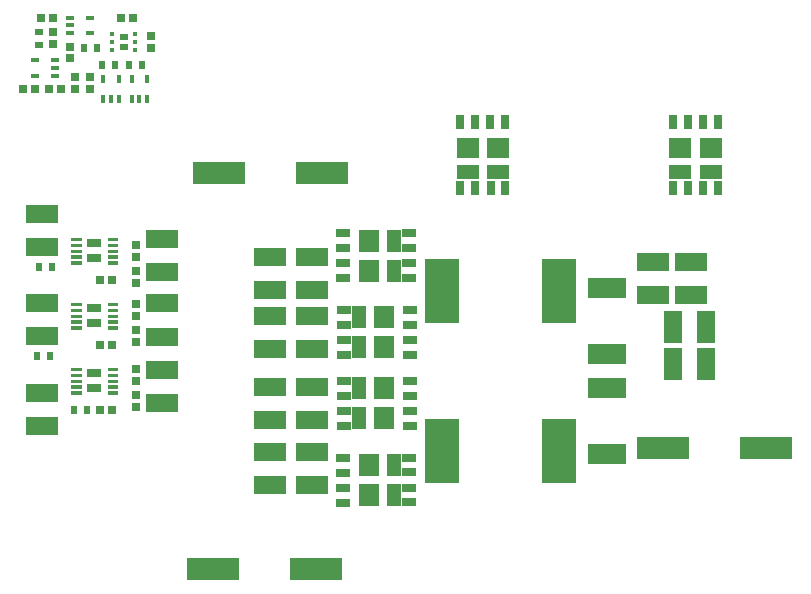
<source format=gbr>
G04 EAGLE Gerber RS-274X export*
G75*
%MOMM*%
%FSLAX34Y34*%
%LPD*%
%INSolderpaste Bottom*%
%IPPOS*%
%AMOC8*
5,1,8,0,0,1.08239X$1,22.5*%
G01*
%ADD10R,0.750000X1.300000*%
%ADD11R,1.950000X1.700000*%
%ADD12R,1.950000X1.300000*%
%ADD13R,0.700000X1.300000*%
%ADD14C,0.075000*%
%ADD15R,1.170000X0.762000*%
%ADD16R,1.300000X0.750000*%
%ADD17R,1.700000X1.950000*%
%ADD18R,1.300000X1.950000*%
%ADD19R,1.300000X0.700000*%
%ADD20R,1.600000X2.700000*%
%ADD21R,2.700000X1.600000*%
%ADD22R,4.400000X1.900000*%
%ADD23R,3.200000X1.800000*%
%ADD24R,2.900000X5.400000*%
%ADD25R,0.700000X0.700000*%
%ADD26R,0.450000X0.300000*%
%ADD27R,0.700000X0.550000*%
%ADD28R,0.600000X0.700000*%
%ADD29R,0.700000X0.600000*%
%ADD30R,0.700000X0.400000*%
%ADD31R,0.400000X0.700000*%


D10*
X645950Y438250D03*
X658650Y438250D03*
X671350Y438250D03*
X684050Y438250D03*
D11*
X677750Y416500D03*
X652250Y416500D03*
D12*
X652250Y395500D03*
X677750Y395500D03*
D13*
X646000Y382500D03*
X658500Y382500D03*
X671500Y382500D03*
X684000Y382500D03*
D10*
X465950Y438250D03*
X478650Y438250D03*
X491350Y438250D03*
X504050Y438250D03*
D11*
X497750Y416500D03*
X472250Y416500D03*
D12*
X472250Y395500D03*
X497750Y395500D03*
D13*
X466000Y382500D03*
X478500Y382500D03*
X491500Y382500D03*
X504000Y382500D03*
D14*
X167625Y340125D02*
X167625Y337875D01*
X167625Y340125D02*
X175375Y340125D01*
X175375Y337875D01*
X167625Y337875D01*
X167625Y338587D02*
X175375Y338587D01*
X175375Y339299D02*
X167625Y339299D01*
X167625Y340011D02*
X175375Y340011D01*
X167625Y335125D02*
X167625Y332875D01*
X167625Y335125D02*
X175375Y335125D01*
X175375Y332875D01*
X167625Y332875D01*
X167625Y333587D02*
X175375Y333587D01*
X175375Y334299D02*
X167625Y334299D01*
X167625Y335011D02*
X175375Y335011D01*
X167625Y330125D02*
X167625Y327875D01*
X167625Y330125D02*
X175375Y330125D01*
X175375Y327875D01*
X167625Y327875D01*
X167625Y328587D02*
X175375Y328587D01*
X175375Y329299D02*
X167625Y329299D01*
X167625Y330011D02*
X175375Y330011D01*
X167625Y325125D02*
X167625Y322875D01*
X167625Y325125D02*
X175375Y325125D01*
X175375Y322875D01*
X167625Y322875D01*
X167625Y323587D02*
X175375Y323587D01*
X175375Y324299D02*
X167625Y324299D01*
X167625Y325011D02*
X175375Y325011D01*
X167625Y320125D02*
X167625Y317875D01*
X167625Y320125D02*
X175375Y320125D01*
X175375Y317875D01*
X167625Y317875D01*
X167625Y318587D02*
X175375Y318587D01*
X175375Y319299D02*
X167625Y319299D01*
X167625Y320011D02*
X175375Y320011D01*
X136625Y320125D02*
X136625Y317875D01*
X136625Y320125D02*
X144375Y320125D01*
X144375Y317875D01*
X136625Y317875D01*
X136625Y318587D02*
X144375Y318587D01*
X144375Y319299D02*
X136625Y319299D01*
X136625Y320011D02*
X144375Y320011D01*
X136625Y322875D02*
X136625Y325125D01*
X144375Y325125D01*
X144375Y322875D01*
X136625Y322875D01*
X136625Y323587D02*
X144375Y323587D01*
X144375Y324299D02*
X136625Y324299D01*
X136625Y325011D02*
X144375Y325011D01*
X136625Y327875D02*
X136625Y330125D01*
X144375Y330125D01*
X144375Y327875D01*
X136625Y327875D01*
X136625Y328587D02*
X144375Y328587D01*
X144375Y329299D02*
X136625Y329299D01*
X136625Y330011D02*
X144375Y330011D01*
X136625Y332875D02*
X136625Y335125D01*
X144375Y335125D01*
X144375Y332875D01*
X136625Y332875D01*
X136625Y333587D02*
X144375Y333587D01*
X144375Y334299D02*
X136625Y334299D01*
X136625Y335011D02*
X144375Y335011D01*
X136625Y337875D02*
X136625Y340125D01*
X144375Y340125D01*
X144375Y337875D01*
X136625Y337875D01*
X136625Y338587D02*
X144375Y338587D01*
X144375Y339299D02*
X136625Y339299D01*
X136625Y340011D02*
X144375Y340011D01*
D15*
X156000Y335350D03*
X156000Y322650D03*
D16*
X423250Y279050D03*
X423250Y266350D03*
X423250Y253650D03*
X423250Y240950D03*
D17*
X401500Y247250D03*
X401500Y272750D03*
D18*
X380500Y272750D03*
X380500Y247250D03*
D19*
X367500Y279000D03*
X367500Y266500D03*
X367500Y253500D03*
X367500Y241000D03*
D16*
X366750Y305950D03*
X366750Y318650D03*
X366750Y331350D03*
X366750Y344050D03*
D17*
X388500Y337750D03*
X388500Y312250D03*
D18*
X409500Y312250D03*
X409500Y337750D03*
D19*
X422500Y306000D03*
X422500Y318500D03*
X422500Y331500D03*
X422500Y344000D03*
D16*
X423250Y219050D03*
X423250Y206350D03*
X423250Y193650D03*
X423250Y180950D03*
D17*
X401500Y187250D03*
X401500Y212750D03*
D18*
X380500Y212750D03*
X380500Y187250D03*
D19*
X367500Y219000D03*
X367500Y206500D03*
X367500Y193500D03*
X367500Y181000D03*
D16*
X366750Y115950D03*
X366750Y128650D03*
X366750Y141350D03*
X366750Y154050D03*
D17*
X388500Y147750D03*
X388500Y122250D03*
D18*
X409500Y122250D03*
X409500Y147750D03*
D19*
X422500Y116000D03*
X422500Y128500D03*
X422500Y141500D03*
X422500Y154000D03*
D20*
X646000Y233000D03*
X674000Y233000D03*
D21*
X661000Y292000D03*
X661000Y320000D03*
D20*
X646000Y265000D03*
X674000Y265000D03*
D21*
X629000Y292000D03*
X629000Y320000D03*
X340000Y274000D03*
X340000Y246000D03*
X305000Y274000D03*
X305000Y246000D03*
X340000Y296000D03*
X340000Y324000D03*
X305000Y296000D03*
X305000Y324000D03*
X340000Y159000D03*
X340000Y131000D03*
X305000Y159000D03*
X305000Y131000D03*
X305000Y186000D03*
X305000Y214000D03*
X340000Y186000D03*
X340000Y214000D03*
D22*
X637500Y162000D03*
X724500Y162000D03*
X261500Y395000D03*
X348500Y395000D03*
X256500Y60000D03*
X343500Y60000D03*
D23*
X590000Y298000D03*
X590000Y242000D03*
X590000Y157000D03*
X590000Y213000D03*
D24*
X450500Y295000D03*
X549500Y295000D03*
X450500Y160000D03*
X549500Y160000D03*
D21*
X213000Y339500D03*
X213000Y311500D03*
D25*
X191000Y324000D03*
X191000Y334000D03*
X191000Y302000D03*
X191000Y312000D03*
X161000Y304000D03*
X171000Y304000D03*
D21*
X111500Y360000D03*
X111500Y332000D03*
D14*
X167625Y285125D02*
X167625Y282875D01*
X167625Y285125D02*
X175375Y285125D01*
X175375Y282875D01*
X167625Y282875D01*
X167625Y283587D02*
X175375Y283587D01*
X175375Y284299D02*
X167625Y284299D01*
X167625Y285011D02*
X175375Y285011D01*
X167625Y280125D02*
X167625Y277875D01*
X167625Y280125D02*
X175375Y280125D01*
X175375Y277875D01*
X167625Y277875D01*
X167625Y278587D02*
X175375Y278587D01*
X175375Y279299D02*
X167625Y279299D01*
X167625Y280011D02*
X175375Y280011D01*
X167625Y275125D02*
X167625Y272875D01*
X167625Y275125D02*
X175375Y275125D01*
X175375Y272875D01*
X167625Y272875D01*
X167625Y273587D02*
X175375Y273587D01*
X175375Y274299D02*
X167625Y274299D01*
X167625Y275011D02*
X175375Y275011D01*
X167625Y270125D02*
X167625Y267875D01*
X167625Y270125D02*
X175375Y270125D01*
X175375Y267875D01*
X167625Y267875D01*
X167625Y268587D02*
X175375Y268587D01*
X175375Y269299D02*
X167625Y269299D01*
X167625Y270011D02*
X175375Y270011D01*
X167625Y265125D02*
X167625Y262875D01*
X167625Y265125D02*
X175375Y265125D01*
X175375Y262875D01*
X167625Y262875D01*
X167625Y263587D02*
X175375Y263587D01*
X175375Y264299D02*
X167625Y264299D01*
X167625Y265011D02*
X175375Y265011D01*
X136625Y265125D02*
X136625Y262875D01*
X136625Y265125D02*
X144375Y265125D01*
X144375Y262875D01*
X136625Y262875D01*
X136625Y263587D02*
X144375Y263587D01*
X144375Y264299D02*
X136625Y264299D01*
X136625Y265011D02*
X144375Y265011D01*
X136625Y267875D02*
X136625Y270125D01*
X144375Y270125D01*
X144375Y267875D01*
X136625Y267875D01*
X136625Y268587D02*
X144375Y268587D01*
X144375Y269299D02*
X136625Y269299D01*
X136625Y270011D02*
X144375Y270011D01*
X136625Y272875D02*
X136625Y275125D01*
X144375Y275125D01*
X144375Y272875D01*
X136625Y272875D01*
X136625Y273587D02*
X144375Y273587D01*
X144375Y274299D02*
X136625Y274299D01*
X136625Y275011D02*
X144375Y275011D01*
X136625Y277875D02*
X136625Y280125D01*
X144375Y280125D01*
X144375Y277875D01*
X136625Y277875D01*
X136625Y278587D02*
X144375Y278587D01*
X144375Y279299D02*
X136625Y279299D01*
X136625Y280011D02*
X144375Y280011D01*
X136625Y282875D02*
X136625Y285125D01*
X144375Y285125D01*
X144375Y282875D01*
X136625Y282875D01*
X136625Y283587D02*
X144375Y283587D01*
X144375Y284299D02*
X136625Y284299D01*
X136625Y285011D02*
X144375Y285011D01*
D15*
X156000Y280350D03*
X156000Y267650D03*
D21*
X213000Y284500D03*
X213000Y256500D03*
D25*
X191000Y274000D03*
X191000Y284000D03*
X191000Y252000D03*
X191000Y262000D03*
X161000Y249000D03*
X171000Y249000D03*
D21*
X112000Y285000D03*
X112000Y257000D03*
D14*
X167625Y230125D02*
X167625Y227875D01*
X167625Y230125D02*
X175375Y230125D01*
X175375Y227875D01*
X167625Y227875D01*
X167625Y228587D02*
X175375Y228587D01*
X175375Y229299D02*
X167625Y229299D01*
X167625Y230011D02*
X175375Y230011D01*
X167625Y225125D02*
X167625Y222875D01*
X167625Y225125D02*
X175375Y225125D01*
X175375Y222875D01*
X167625Y222875D01*
X167625Y223587D02*
X175375Y223587D01*
X175375Y224299D02*
X167625Y224299D01*
X167625Y225011D02*
X175375Y225011D01*
X167625Y220125D02*
X167625Y217875D01*
X167625Y220125D02*
X175375Y220125D01*
X175375Y217875D01*
X167625Y217875D01*
X167625Y218587D02*
X175375Y218587D01*
X175375Y219299D02*
X167625Y219299D01*
X167625Y220011D02*
X175375Y220011D01*
X167625Y215125D02*
X167625Y212875D01*
X167625Y215125D02*
X175375Y215125D01*
X175375Y212875D01*
X167625Y212875D01*
X167625Y213587D02*
X175375Y213587D01*
X175375Y214299D02*
X167625Y214299D01*
X167625Y215011D02*
X175375Y215011D01*
X167625Y210125D02*
X167625Y207875D01*
X167625Y210125D02*
X175375Y210125D01*
X175375Y207875D01*
X167625Y207875D01*
X167625Y208587D02*
X175375Y208587D01*
X175375Y209299D02*
X167625Y209299D01*
X167625Y210011D02*
X175375Y210011D01*
X136625Y210125D02*
X136625Y207875D01*
X136625Y210125D02*
X144375Y210125D01*
X144375Y207875D01*
X136625Y207875D01*
X136625Y208587D02*
X144375Y208587D01*
X144375Y209299D02*
X136625Y209299D01*
X136625Y210011D02*
X144375Y210011D01*
X136625Y212875D02*
X136625Y215125D01*
X144375Y215125D01*
X144375Y212875D01*
X136625Y212875D01*
X136625Y213587D02*
X144375Y213587D01*
X144375Y214299D02*
X136625Y214299D01*
X136625Y215011D02*
X144375Y215011D01*
X136625Y217875D02*
X136625Y220125D01*
X144375Y220125D01*
X144375Y217875D01*
X136625Y217875D01*
X136625Y218587D02*
X144375Y218587D01*
X144375Y219299D02*
X136625Y219299D01*
X136625Y220011D02*
X144375Y220011D01*
X136625Y222875D02*
X136625Y225125D01*
X144375Y225125D01*
X144375Y222875D01*
X136625Y222875D01*
X136625Y223587D02*
X144375Y223587D01*
X144375Y224299D02*
X136625Y224299D01*
X136625Y225011D02*
X144375Y225011D01*
X136625Y227875D02*
X136625Y230125D01*
X144375Y230125D01*
X144375Y227875D01*
X136625Y227875D01*
X136625Y228587D02*
X144375Y228587D01*
X144375Y229299D02*
X136625Y229299D01*
X136625Y230011D02*
X144375Y230011D01*
D15*
X156000Y225350D03*
X156000Y212650D03*
D21*
X213000Y228000D03*
X213000Y200000D03*
D25*
X191000Y219000D03*
X191000Y229000D03*
X191000Y197000D03*
X191000Y207000D03*
X161000Y194000D03*
X171000Y194000D03*
D21*
X112000Y208500D03*
X112000Y180500D03*
D26*
X171250Y499500D03*
X171250Y506000D03*
X171250Y512500D03*
X190750Y512500D03*
X190750Y506000D03*
X190750Y499500D03*
D27*
X181000Y501750D03*
X181000Y510250D03*
D25*
X179000Y526000D03*
X189000Y526000D03*
X204000Y511000D03*
X204000Y501000D03*
D28*
X196500Y486000D03*
X185500Y486000D03*
X162500Y486000D03*
X173500Y486000D03*
D25*
X135000Y502000D03*
X135000Y492000D03*
X121000Y514000D03*
X121000Y504000D03*
D29*
X109000Y503500D03*
X109000Y514500D03*
D30*
X135500Y513500D03*
X135500Y520000D03*
X135500Y526500D03*
X152500Y526500D03*
X152500Y513500D03*
D28*
X158500Y501000D03*
X147500Y501000D03*
D25*
X121000Y526000D03*
X111000Y526000D03*
D30*
X122500Y490500D03*
X122500Y484000D03*
X122500Y477500D03*
X105500Y477500D03*
X105500Y490500D03*
D25*
X152000Y466000D03*
X152000Y476000D03*
X140000Y466000D03*
X140000Y476000D03*
X106000Y466000D03*
X96000Y466000D03*
X128000Y466000D03*
X118000Y466000D03*
D28*
X138500Y194000D03*
X149500Y194000D03*
X118500Y240000D03*
X107500Y240000D03*
X120500Y315000D03*
X109500Y315000D03*
D31*
X200500Y457500D03*
X194000Y457500D03*
X187500Y457500D03*
X187500Y474500D03*
X200500Y474500D03*
X176500Y457500D03*
X170000Y457500D03*
X163500Y457500D03*
X163500Y474500D03*
X176500Y474500D03*
M02*

</source>
